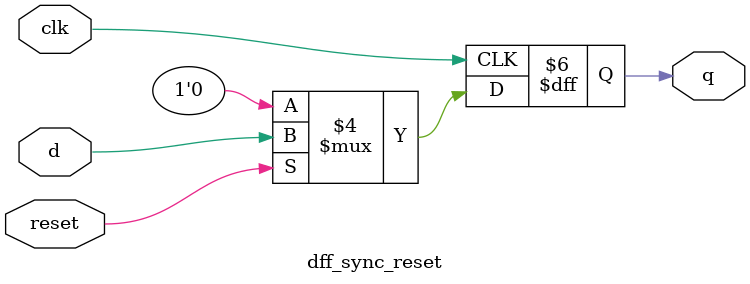
<source format=v>
module dff_sync_reset(clk,reset,d,q);
    input clk;
    input reset;
    input d;
    output reg q;
    always @(negedge clk) begin
	if (reset==0)
            q <= 1'b0;
        else
            q <= d;
end
endmodule

</source>
